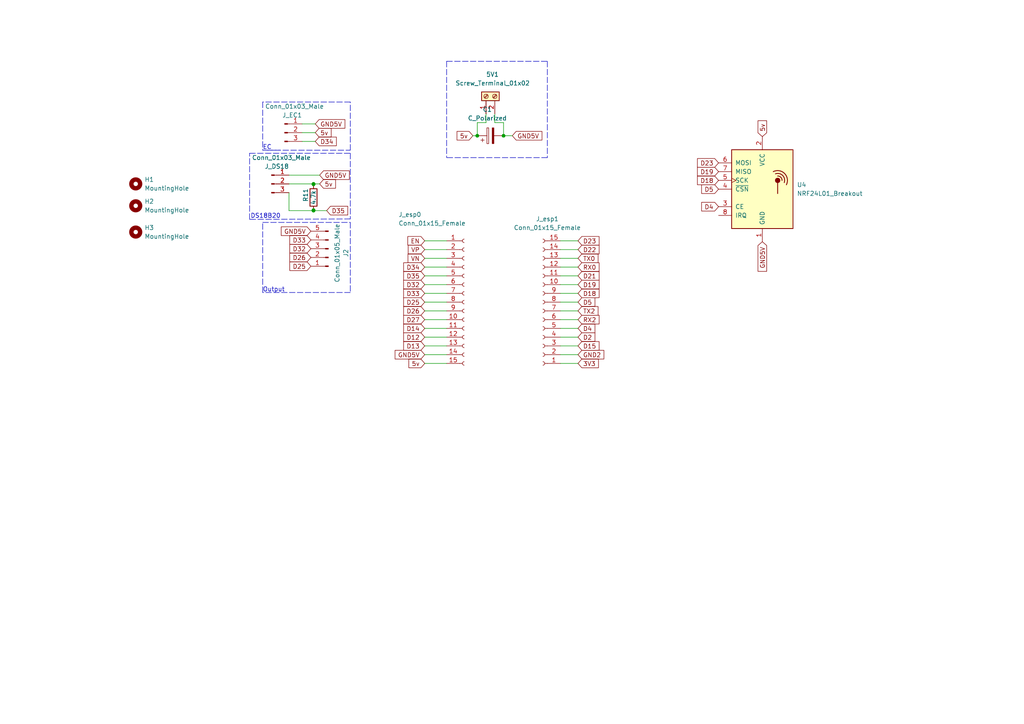
<source format=kicad_sch>
(kicad_sch (version 20211123) (generator eeschema)
  (paper "A4")
  (lib_symbols
    (symbol "Connector:Conn_01x03_Male" (pin_names (offset 1.016) hide)
      (property "Reference" "J" (at 0 5.08 0))
      (property "Value" "Conn_01x03_Male" (at 0 -5.08 0))
      (symbol "Conn_01x03_Male_1_1"
        (polyline (pts (xy 1.27 -2.54) (xy 0.8636 -2.54)) (stroke (width 0.1524)))
        (polyline (pts (xy 1.27 0) (xy 0.8636 0)) (stroke (width 0.1524)))
        (polyline (pts (xy 1.27 2.54) (xy 0.8636 2.54)) (stroke (width 0.1524)))
        (rectangle (start 0.8636 -2.413) (end 0 -2.667) (stroke (width 0.1524)) (fill (type outline)))
        (rectangle (start 0.8636 0.127) (end 0 -0.127) (stroke (width 0.1524)) (fill (type outline)))
        (rectangle (start 0.8636 2.667) (end 0 2.413) (stroke (width 0.1524)) (fill (type outline)))
        (pin passive line (at 5.08 2.54 180) (length 3.81) (name "Pin_1") (number "1"))
        (pin passive line (at 5.08 0 180) (length 3.81) (name "Pin_2") (number "2"))
        (pin passive line (at 5.08 -2.54 180) (length 3.81) (name "Pin_3") (number "3"))
      )
    )
    (symbol "Connector:Conn_01x05_Male" (pin_names (offset 1.016) hide)
      (property "Reference" "J" (at 0 7.62 0))
      (property "Value" "Conn_01x05_Male" (at 0 -7.62 0))
      (symbol "Conn_01x05_Male_1_1"
        (polyline (pts (xy 1.27 -5.08) (xy 0.8636 -5.08)) (stroke (width 0.1524)))
        (polyline (pts (xy 1.27 -2.54) (xy 0.8636 -2.54)) (stroke (width 0.1524)))
        (polyline (pts (xy 1.27 0) (xy 0.8636 0)) (stroke (width 0.1524)))
        (polyline (pts (xy 1.27 2.54) (xy 0.8636 2.54)) (stroke (width 0.1524)))
        (polyline (pts (xy 1.27 5.08) (xy 0.8636 5.08)) (stroke (width 0.1524)))
        (rectangle (start 0.8636 -4.953) (end 0 -5.207) (stroke (width 0.1524)) (fill (type outline)))
        (rectangle (start 0.8636 -2.413) (end 0 -2.667) (stroke (width 0.1524)) (fill (type outline)))
        (rectangle (start 0.8636 0.127) (end 0 -0.127) (stroke (width 0.1524)) (fill (type outline)))
        (rectangle (start 0.8636 2.667) (end 0 2.413) (stroke (width 0.1524)) (fill (type outline)))
        (rectangle (start 0.8636 5.207) (end 0 4.953) (stroke (width 0.1524)) (fill (type outline)))
        (pin passive line (at 5.08 5.08 180) (length 3.81) (name "Pin_1") (number "1"))
        (pin passive line (at 5.08 2.54 180) (length 3.81) (name "Pin_2") (number "2"))
        (pin passive line (at 5.08 0 180) (length 3.81) (name "Pin_3") (number "3"))
        (pin passive line (at 5.08 -2.54 180) (length 3.81) (name "Pin_4") (number "4"))
        (pin passive line (at 5.08 -5.08 180) (length 3.81) (name "Pin_5") (number "5"))
      )
    )
    (symbol "Connector:Conn_01x15_Female" (pin_names (offset 1.016) hide)
      (property "Reference" "J" (at 0 20.32 0))
      (property "Value" "Conn_01x15_Female" (at 0 -20.32 0))
      (symbol "Conn_01x15_Female_1_1"
        (arc (start 0 -17.272) (mid -0.508 -17.78) (end 0 -18.288) (stroke (width 0.1524)))
        (arc (start 0 -14.732) (mid -0.508 -15.24) (end 0 -15.748) (stroke (width 0.1524)))
        (arc (start 0 -12.192) (mid -0.508 -12.7) (end 0 -13.208) (stroke (width 0.1524)))
        (arc (start 0 -9.652) (mid -0.508 -10.16) (end 0 -10.668) (stroke (width 0.1524)))
        (arc (start 0 -7.112) (mid -0.508 -7.62) (end 0 -8.128) (stroke (width 0.1524)))
        (arc (start 0 -4.572) (mid -0.508 -5.08) (end 0 -5.588) (stroke (width 0.1524)))
        (arc (start 0 -2.032) (mid -0.508 -2.54) (end 0 -3.048) (stroke (width 0.1524)))
        (polyline (pts (xy -1.27 -17.78) (xy -0.508 -17.78)) (stroke (width 0.1524)))
        (polyline (pts (xy -1.27 -15.24) (xy -0.508 -15.24)) (stroke (width 0.1524)))
        (polyline (pts (xy -1.27 -12.7) (xy -0.508 -12.7)) (stroke (width 0.1524)))
        (polyline (pts (xy -1.27 -10.16) (xy -0.508 -10.16)) (stroke (width 0.1524)))
        (polyline (pts (xy -1.27 -7.62) (xy -0.508 -7.62)) (stroke (width 0.1524)))
        (polyline (pts (xy -1.27 -5.08) (xy -0.508 -5.08)) (stroke (width 0.1524)))
        (polyline (pts (xy -1.27 -2.54) (xy -0.508 -2.54)) (stroke (width 0.1524)))
        (polyline (pts (xy -1.27 0) (xy -0.508 0)) (stroke (width 0.1524)))
        (polyline (pts (xy -1.27 2.54) (xy -0.508 2.54)) (stroke (width 0.1524)))
        (polyline (pts (xy -1.27 5.08) (xy -0.508 5.08)) (stroke (width 0.1524)))
        (polyline (pts (xy -1.27 7.62) (xy -0.508 7.62)) (stroke (width 0.1524)))
        (polyline (pts (xy -1.27 10.16) (xy -0.508 10.16)) (stroke (width 0.1524)))
        (polyline (pts (xy -1.27 12.7) (xy -0.508 12.7)) (stroke (width 0.1524)))
        (polyline (pts (xy -1.27 15.24) (xy -0.508 15.24)) (stroke (width 0.1524)))
        (polyline (pts (xy -1.27 17.78) (xy -0.508 17.78)) (stroke (width 0.1524)))
        (arc (start 0 0.508) (mid -0.508 0) (end 0 -0.508) (stroke (width 0.1524)))
        (arc (start 0 3.048) (mid -0.508 2.54) (end 0 2.032) (stroke (width 0.1524)))
        (arc (start 0 5.588) (mid -0.508 5.08) (end 0 4.572) (stroke (width 0.1524)))
        (arc (start 0 8.128) (mid -0.508 7.62) (end 0 7.112) (stroke (width 0.1524)))
        (arc (start 0 10.668) (mid -0.508 10.16) (end 0 9.652) (stroke (width 0.1524)))
        (arc (start 0 13.208) (mid -0.508 12.7) (end 0 12.192) (stroke (width 0.1524)))
        (arc (start 0 15.748) (mid -0.508 15.24) (end 0 14.732) (stroke (width 0.1524)))
        (arc (start 0 18.288) (mid -0.508 17.78) (end 0 17.272) (stroke (width 0.1524)))
        (pin passive line (at -5.08 17.78 0) (length 3.81) (name "Pin_1") (number "1"))
        (pin passive line (at -5.08 -5.08 0) (length 3.81) (name "Pin_10") (number "10"))
        (pin passive line (at -5.08 -7.62 0) (length 3.81) (name "Pin_11") (number "11"))
        (pin passive line (at -5.08 -10.16 0) (length 3.81) (name "Pin_12") (number "12"))
        (pin passive line (at -5.08 -12.7 0) (length 3.81) (name "Pin_13") (number "13"))
        (pin passive line (at -5.08 -15.24 0) (length 3.81) (name "Pin_14") (number "14"))
        (pin passive line (at -5.08 -17.78 0) (length 3.81) (name "Pin_15") (number "15"))
        (pin passive line (at -5.08 15.24 0) (length 3.81) (name "Pin_2") (number "2"))
        (pin passive line (at -5.08 12.7 0) (length 3.81) (name "Pin_3") (number "3"))
        (pin passive line (at -5.08 10.16 0) (length 3.81) (name "Pin_4") (number "4"))
        (pin passive line (at -5.08 7.62 0) (length 3.81) (name "Pin_5") (number "5"))
        (pin passive line (at -5.08 5.08 0) (length 3.81) (name "Pin_6") (number "6"))
        (pin passive line (at -5.08 2.54 0) (length 3.81) (name "Pin_7") (number "7"))
        (pin passive line (at -5.08 0 0) (length 3.81) (name "Pin_8") (number "8"))
        (pin passive line (at -5.08 -2.54 0) (length 3.81) (name "Pin_9") (number "9"))
      )
    )
    (symbol "Connector:Screw_Terminal_01x02" (pin_names (offset 1.016) hide)
      (property "Reference" "J" (at 0 2.54 0))
      (property "Value" "Screw_Terminal_01x02" (at 0 -5.08 0))
      (symbol "Screw_Terminal_01x02_1_1"
        (rectangle (start -1.27 1.27) (end 1.27 -3.81) (stroke (width 0.254)) (fill (type background)))
        (circle (center 0 -2.54) (radius 0.635) (stroke (width 0.1524)))
        (polyline (pts (xy -0.5334 -2.2098) (xy 0.3302 -3.048)) (stroke (width 0.1524)))
        (polyline (pts (xy -0.5334 0.3302) (xy 0.3302 -0.508)) (stroke (width 0.1524)))
        (polyline (pts (xy -0.3556 -2.032) (xy 0.508 -2.8702)) (stroke (width 0.1524)))
        (polyline (pts (xy -0.3556 0.508) (xy 0.508 -0.3302)) (stroke (width 0.1524)))
        (circle (center 0 0) (radius 0.635) (stroke (width 0.1524)))
        (pin passive line (at -5.08 0 0) (length 3.81) (name "Pin_1") (number "1"))
        (pin passive line (at -5.08 -2.54 0) (length 3.81) (name "Pin_2") (number "2"))
      )
    )
    (symbol "Device:C_Polarized" (pin_numbers hide) (pin_names (offset 0.254))
      (property "Reference" "C" (at 0.635 2.54 0))
      (property "Value" "C_Polarized" (at 0.635 -2.54 0))
      (symbol "C_Polarized_0_1"
        (rectangle (start -2.286 0.508) (end 2.286 1.016))
        (polyline (pts (xy -1.778 2.286) (xy -0.762 2.286)))
        (polyline (pts (xy -1.27 2.794) (xy -1.27 1.778)))
        (rectangle (start 2.286 -0.508) (end -2.286 -1.016) (fill (type outline)))
      )
      (symbol "C_Polarized_1_1"
        (pin passive line (at 0 3.81 270) (length 2.794) (name "~") (number "1"))
        (pin passive line (at 0 -3.81 90) (length 2.794) (name "~") (number "2"))
      )
    )
    (symbol "Device:R" (pin_numbers hide) (pin_names (offset 0))
      (property "Reference" "R" (at 2.032 0 90))
      (property "Value" "R" (at 0 0 90))
      (symbol "R_0_1"
        (rectangle (start -1.016 -2.54) (end 1.016 2.54) (stroke (width 0.254)))
      )
      (symbol "R_1_1"
        (pin passive line (at 0 3.81 270) (length 1.27) (name "~") (number "1"))
        (pin passive line (at 0 -3.81 90) (length 1.27) (name "~") (number "2"))
      )
    )
    (symbol "Mechanical:MountingHole" (pin_names (offset 1.016))
      (property "Reference" "H" (at 0 5.08 0))
      (property "Value" "MountingHole" (at 0 3.175 0))
      (symbol "MountingHole_0_1"
        (circle (center 0 0) (radius 1.27) (stroke (width 1.27)))
      )
    )
    (symbol "RF:NRF24L01_Breakout" (pin_names (offset 1.016))
      (property "Reference" "U" (at -8.89 12.7 0))
      (property "Value" "NRF24L01_Breakout" (at 3.81 12.7 0))
      (symbol "NRF24L01_Breakout_0_1"
        (rectangle (start -8.89 11.43) (end 8.89 -11.43) (stroke (width 0.254)) (fill (type background)))
        (polyline (pts (xy 4.445 1.905) (xy 4.445 -1.27)) (stroke (width 0.254)))
        (circle (center 4.445 2.54) (radius 0.635) (stroke (width 0.254)) (fill (type outline)))
        (arc (start 5.715 2.54) (mid 5.3521 3.4546) (end 4.445 3.81) (stroke (width 0.254)))
        (arc (start 6.35 1.905) (mid 5.8763 3.9854) (end 3.81 4.445) (stroke (width 0.254)))
        (arc (start 6.985 1.27) (mid 6.453 4.548) (end 3.175 5.08) (stroke (width 0.254)))
      )
      (symbol "NRF24L01_Breakout_1_1"
        (pin power_in line (at 0 -15.24 90) (length 3.81) (name "GND") (number "1"))
        (pin power_in line (at 0 15.24 270) (length 3.81) (name "VCC") (number "2"))
        (pin input line (at -12.7 -5.08 0) (length 3.81) (name "CE") (number "3"))
        (pin input line (at -12.7 0 0) (length 3.81) (name "~{CSN}") (number "4"))
        (pin input clock (at -12.7 2.54 0) (length 3.81) (name "SCK") (number "5"))
        (pin input line (at -12.7 7.62 0) (length 3.81) (name "MOSI") (number "6"))
        (pin output line (at -12.7 5.08 0) (length 3.81) (name "MISO") (number "7"))
        (pin output line (at -12.7 -7.62 0) (length 3.81) (name "IRQ") (number "8"))
      )
    )
  )
  (junction (at 90.932 53.34))
  (junction (at 138.43 39.37))
  (junction (at 146.05 39.37))
  (junction (at 90.932 61.087))
  (junction (at 90.932 60.96))
  (junction (at 90.932 53.467))
  (wire (pts (xy 123.19 77.47) (xy 129.54 77.47)))
  (wire (pts (xy 123.19 72.39) (xy 129.54 72.39)))
  (wire (pts (xy 123.19 80.01) (xy 129.54 80.01)))
  (wire (pts (xy 87.63 41.021) (xy 91.44 41.021)))
  (wire (pts (xy 162.56 80.01) (xy 167.64 80.01)))
  (polyline (pts (xy 101.6 44.45) (xy 101.6 63.5)))
  (wire (pts (xy 162.56 100.33) (xy 167.64 100.33)))
  (wire (pts (xy 148.59 39.37) (xy 146.05 39.37)))
  (polyline (pts (xy 101.6 29.591) (xy 76.2 29.591)))
  (wire (pts (xy 87.63 35.941) (xy 91.44 35.941)))
  (wire (pts (xy 162.56 92.71) (xy 167.64 92.71)))
  (polyline (pts (xy 101.6 64.516) (xy 101.6 84.836)))
  (polyline (pts (xy 158.75 17.78) (xy 158.75 45.72)))
  (polyline (pts (xy 72.39 44.45) (xy 101.6 44.45)))
  (wire (pts (xy 138.43 35.56) (xy 138.43 39.37)))
  (wire (pts (xy 123.19 82.55) (xy 129.54 82.55)))
  (wire (pts (xy 87.63 38.481) (xy 91.44 38.481)))
  (wire (pts (xy 123.19 87.63) (xy 129.54 87.63)))
  (wire (pts (xy 123.19 90.17) (xy 129.54 90.17)))
  (wire (pts (xy 123.19 69.85) (xy 129.54 69.85)))
  (wire (pts (xy 162.56 85.09) (xy 167.64 85.09)))
  (wire (pts (xy 162.56 82.55) (xy 167.64 82.55)))
  (wire (pts (xy 123.19 102.87) (xy 129.54 102.87)))
  (polyline (pts (xy 72.39 63.627) (xy 72.39 44.45)))
  (wire (pts (xy 162.56 97.79) (xy 167.64 97.79)))
  (polyline (pts (xy 101.6 63.5) (xy 72.39 63.627)))
  (wire (pts (xy 83.82 53.34) (xy 90.932 53.34)))
  (wire (pts (xy 162.56 87.63) (xy 167.64 87.63)))
  (wire (pts (xy 123.19 74.93) (xy 129.54 74.93)))
  (polyline (pts (xy 76.2 29.591) (xy 76.2 43.561)))
  (wire (pts (xy 123.19 105.41) (xy 129.54 105.41)))
  (polyline (pts (xy 101.6 84.836) (xy 76.2 84.836)))
  (wire (pts (xy 90.932 53.34) (xy 92.71 53.34)))
  (wire (pts (xy 162.56 90.17) (xy 167.64 90.17)))
  (wire (pts (xy 83.82 61.087) (xy 90.932 61.087)))
  (wire (pts (xy 162.56 102.87) (xy 167.64 102.87)))
  (wire (pts (xy 94.742 61.087) (xy 90.932 61.087)))
  (wire (pts (xy 162.56 105.41) (xy 167.64 105.41)))
  (polyline (pts (xy 76.2 43.561) (xy 81.28 43.561)))
  (wire (pts (xy 83.82 50.8) (xy 92.71 50.8)))
  (wire (pts (xy 143.51 35.56) (xy 146.05 35.56)))
  (wire (pts (xy 90.932 61.087) (xy 90.932 60.96)))
  (wire (pts (xy 123.19 100.33) (xy 129.54 100.33)))
  (wire (pts (xy 140.97 35.56) (xy 138.43 35.56)))
  (wire (pts (xy 123.19 95.25) (xy 129.54 95.25)))
  (wire (pts (xy 123.19 85.09) (xy 129.54 85.09)))
  (wire (pts (xy 162.56 95.25) (xy 167.64 95.25)))
  (wire (pts (xy 90.932 53.467) (xy 90.932 53.34)))
  (polyline (pts (xy 101.6 43.561) (xy 101.6 29.591)))
  (wire (pts (xy 162.56 69.85) (xy 167.64 69.85)))
  (wire (pts (xy 146.05 35.56) (xy 146.05 39.37)))
  (polyline (pts (xy 76.2 84.836) (xy 76.2 64.516)))
  (wire (pts (xy 162.56 74.93) (xy 167.64 74.93)))
  (wire (pts (xy 123.19 97.79) (xy 129.54 97.79)))
  (polyline (pts (xy 129.54 17.78) (xy 158.75 17.78)))
  (wire (pts (xy 137.16 39.37) (xy 138.43 39.37)))
  (wire (pts (xy 140.97 33.02) (xy 140.97 35.56)))
  (polyline (pts (xy 77.47 43.561) (xy 101.6 43.561)))
  (wire (pts (xy 123.19 92.71) (xy 129.54 92.71)))
  (wire (pts (xy 162.56 72.39) (xy 167.64 72.39)))
  (polyline (pts (xy 129.54 17.78) (xy 129.54 45.72)))
  (wire (pts (xy 143.51 33.02) (xy 143.51 35.56)))
  (polyline (pts (xy 158.75 45.72) (xy 129.54 45.72)))
  (wire (pts (xy 162.56 77.47) (xy 167.64 77.47)))
  (wire (pts (xy 83.82 55.88) (xy 83.82 61.087)))
  (polyline (pts (xy 76.2 64.516) (xy 101.6 64.516)))
  (text "EC" (at 76.2 43.561 0) (effects (font (size 1.27 1.27)) (justify left bottom)))
  (text "Output" (at 76.2 84.836 0) (effects (font (size 1.27 1.27)) (justify left bottom)))
  (text "DS18B20" (at 72.644 63.5 0) (effects (font (size 1.27 1.27)) (justify left bottom)))
  (global_label "5v" (shape input) (at 123.19 105.41 180) (property "Intersheet References" "${INTERSHEET_REFS}" (effects hide)))
  (global_label "D18" (shape input) (at 167.64 85.09 0) (property "Intersheet References" "${INTERSHEET_REFS}" (effects hide)))
  (global_label "D26" (shape input) (at 90.17 74.676 180) (property "Intersheet References" "${INTERSHEET_REFS}" (effects hide)))
  (global_label "D5" (shape input) (at 208.407 54.864 180) (property "Intersheet References" "${INTERSHEET_REFS}" (effects hide)))
  (global_label "GND5V" (shape input) (at 221.107 70.104 270) (property "Intersheet References" "${INTERSHEET_REFS}" (effects hide)))
  (global_label "RX2" (shape input) (at 167.64 92.71 0) (property "Intersheet References" "${INTERSHEET_REFS}" (effects hide)))
  (global_label "GND2" (shape input) (at 167.64 102.87 0) (property "Intersheet References" "${INTERSHEET_REFS}" (effects hide)))
  (global_label "5v" (shape input) (at 137.16 39.37 180) (property "Intersheet References" "${INTERSHEET_REFS}" (effects hide)))
  (global_label "D13" (shape input) (at 123.19 100.33 180) (property "Intersheet References" "${INTERSHEET_REFS}" (effects hide)))
  (global_label "TX2" (shape input) (at 167.64 90.17 0) (property "Intersheet References" "${INTERSHEET_REFS}" (effects hide)))
  (global_label "D34" (shape input) (at 123.19 77.47 180) (property "Intersheet References" "${INTERSHEET_REFS}" (effects hide)))
  (global_label "D27" (shape input) (at 123.19 92.71 180) (property "Intersheet References" "${INTERSHEET_REFS}" (effects hide)))
  (global_label "EN" (shape input) (at 123.19 69.85 180) (property "Intersheet References" "${INTERSHEET_REFS}" (effects hide)))
  (global_label "D18" (shape input) (at 208.407 52.324 180) (property "Intersheet References" "${INTERSHEET_REFS}" (effects hide)))
  (global_label "D19" (shape input) (at 208.407 49.784 180) (property "Intersheet References" "${INTERSHEET_REFS}" (effects hide)))
  (global_label "D22" (shape input) (at 167.64 72.39 0) (property "Intersheet References" "${INTERSHEET_REFS}" (effects hide)))
  (global_label "D14" (shape input) (at 123.19 95.25 180) (property "Intersheet References" "${INTERSHEET_REFS}" (effects hide)))
  (global_label "GND5V" (shape input) (at 90.17 67.056 180) (property "Intersheet References" "${INTERSHEET_REFS}" (effects hide)))
  (global_label "D21" (shape input) (at 167.64 80.01 0) (property "Intersheet References" "${INTERSHEET_REFS}" (effects hide)))
  (global_label "VN" (shape input) (at 123.19 74.93 180) (property "Intersheet References" "${INTERSHEET_REFS}" (effects hide)))
  (global_label "D33" (shape input) (at 90.17 69.596 180) (property "Intersheet References" "${INTERSHEET_REFS}" (effects hide)))
  (global_label "D12" (shape input) (at 123.19 97.79 180) (property "Intersheet References" "${INTERSHEET_REFS}" (effects hide)))
  (global_label "GND5V" (shape input) (at 123.19 102.87 180) (property "Intersheet References" "${INTERSHEET_REFS}" (effects hide)))
  (global_label "D2" (shape input) (at 167.64 97.79 0) (property "Intersheet References" "${INTERSHEET_REFS}" (effects hide)))
  (global_label "3V3" (shape input) (at 167.64 105.41 0) (property "Intersheet References" "${INTERSHEET_REFS}" (effects hide)))
  (global_label "D35" (shape input) (at 123.19 80.01 180) (property "Intersheet References" "${INTERSHEET_REFS}" (effects hide)))
  (global_label "D33" (shape input) (at 123.19 85.09 180) (property "Intersheet References" "${INTERSHEET_REFS}" (effects hide)))
  (global_label "D25" (shape input) (at 90.17 77.216 180) (property "Intersheet References" "${INTERSHEET_REFS}" (effects hide)))
  (global_label "D23" (shape input) (at 167.64 69.85 0) (property "Intersheet References" "${INTERSHEET_REFS}" (effects hide)))
  (global_label "D35" (shape input) (at 94.742 61.087 0) (property "Intersheet References" "${INTERSHEET_REFS}" (effects hide)))
  (global_label "D4" (shape input) (at 167.64 95.25 0) (property "Intersheet References" "${INTERSHEET_REFS}" (effects hide)))
  (global_label "D34" (shape input) (at 91.44 41.021 0) (property "Intersheet References" "${INTERSHEET_REFS}" (effects hide)))
  (global_label "5v" (shape input) (at 91.44 38.481 0) (property "Intersheet References" "${INTERSHEET_REFS}" (effects hide)))
  (global_label "D4" (shape input) (at 208.407 59.944 180) (property "Intersheet References" "${INTERSHEET_REFS}" (effects hide)))
  (global_label "D25" (shape input) (at 123.19 87.63 180) (property "Intersheet References" "${INTERSHEET_REFS}" (effects hide)))
  (global_label "RX0" (shape input) (at 167.64 77.47 0) (property "Intersheet References" "${INTERSHEET_REFS}" (effects hide)))
  (global_label "GND5V" (shape input) (at 148.59 39.37 0) (property "Intersheet References" "${INTERSHEET_REFS}" (effects hide)))
  (global_label "TX0" (shape input) (at 167.64 74.93 0) (property "Intersheet References" "${INTERSHEET_REFS}" (effects hide)))
  (global_label "GND5V" (shape input) (at 92.71 50.8 0) (property "Intersheet References" "${INTERSHEET_REFS}" (effects hide)))
  (global_label "D23" (shape input) (at 208.407 47.244 180) (property "Intersheet References" "${INTERSHEET_REFS}" (effects hide)))
  (global_label "D32" (shape input) (at 123.19 82.55 180) (property "Intersheet References" "${INTERSHEET_REFS}" (effects hide)))
  (global_label "GND5V" (shape input) (at 91.44 35.941 0) (property "Intersheet References" "${INTERSHEET_REFS}" (effects hide)))
  (global_label "D26" (shape input) (at 123.19 90.17 180) (property "Intersheet References" "${INTERSHEET_REFS}" (effects hide)))
  (global_label "D15" (shape input) (at 167.64 100.33 0) (property "Intersheet References" "${INTERSHEET_REFS}" (effects hide)))
  (global_label "5v" (shape input) (at 92.71 53.34 0) (property "Intersheet References" "${INTERSHEET_REFS}" (effects hide)))
  (global_label "D32" (shape input) (at 90.17 72.136 180) (property "Intersheet References" "${INTERSHEET_REFS}" (effects hide)))
  (global_label "D19" (shape input) (at 167.64 82.55 0) (property "Intersheet References" "${INTERSHEET_REFS}" (effects hide)))
  (global_label "5v" (shape input) (at 221.107 39.624 90) (property "Intersheet References" "${INTERSHEET_REFS}" (effects hide)))
  (global_label "D5" (shape input) (at 167.64 87.63 0) (property "Intersheet References" "${INTERSHEET_REFS}" (effects hide)))
  (global_label "VP" (shape input) (at 123.19 72.39 180) (property "Intersheet References" "${INTERSHEET_REFS}" (effects hide)))
  (symbol (lib_id "Connector:Conn_01x03_Male") (at 82.55 38.481 0) (unit 1)
    (property "Reference" "J_EC1" (at 87.63 33.401 0) (effects (justify right)))
    (property "Value" "Conn_01x03_Male" (at 93.98 30.861 0) (effects (justify right)))
    (property "Footprint" "Connector_JST:JST_EH_B3B-EH-A_1x03_P2.50mm_Vertical" (effects hide))
  )
  (symbol (lib_id "Connector:Conn_01x15_Female") (at 134.62 87.63 0) (unit 1)
    (property "Reference" "J_esp0" (at 115.57 62.23 0) (effects (justify left)))
    (property "Value" "Conn_01x15_Female" (at 115.57 64.77 0) (effects (justify left)))
    (property "Footprint" "esp32:Connector_Molex_Molex_SL_171971-0015_1x15_P2.54mm_Vertical_squares" (effects hide))
  )
  (symbol (lib_id "Connector:Conn_01x05_Male") (at 95.25 72.136 180) (unit 1)
    (property "Reference" "J2" (at 100.33 73.406 90))
    (property "Value" "Conn_01x05_Male" (at 97.79 73.406 90))
    (property "Footprint" "Connector_JST:JST_EH_B5B-EH-A_1x05_P2.50mm_Vertical" (effects hide))
  )
  (symbol (lib_id "RF:NRF24L01_Breakout") (at 221.107 54.864 0) (unit 1)
    (property "Reference" "U4" (at 231.14 53.5939 0) (effects (justify left)))
    (property "Value" "NRF24L01_Breakout" (at 231.14 56.1339 0) (effects (justify left)))
    (property "Footprint" "RF_Module:nRF24L01_Breakout" (effects hide))
    (property "Datasheet" "http://www.nordicsemi.com/eng/content/download/2730/34105/file/nRF24L01_Product_Specification_v2_0.pdf" (effects hide))
  )
  (symbol (lib_id "Connector:Screw_Terminal_01x02") (at 140.97 27.94 90) (unit 1)
    (property "Reference" "5V1" (at 140.97 21.59 90) (effects (justify right)))
    (property "Value" "Screw_Terminal_01x02" (at 132.08 24.13 90) (effects (justify right)))
    (property "Footprint" "TerminalBlock:TerminalBlock_Altech_AK300-2_P5.00mm" (effects hide))
  )
  (symbol (lib_id "Device:C_Polarized") (at 142.24 39.37 90) (unit 1)
    (property "Reference" "C1" (at 141.351 31.75 90))
    (property "Value" "C_Polarized" (at 141.351 34.29 90))
    (property "Footprint" "Capacitor_THT:CP_Radial_D5.0mm_P2.50mm" (effects hide))
  )
  (symbol (lib_id "Connector:Conn_01x03_Male") (at 78.74 53.34 0) (unit 1)
    (property "Reference" "J_DS18" (at 83.82 48.26 0) (effects (justify right)))
    (property "Value" "Conn_01x03_Male" (at 90.17 45.72 0) (effects (justify right)))
    (property "Footprint" "Connector_JST:JST_EH_B3B-EH-A_1x03_P2.50mm_Vertical" (effects hide))
  )
  (symbol (lib_id "Mechanical:MountingHole") (at 39.37 59.69 0) (unit 1)
    (property "Reference" "H2" (at 41.91 58.4199 0) (effects (justify left)))
    (property "Value" "MountingHole" (at 41.91 60.9599 0) (effects (justify left)))
    (property "Footprint" "MountingHole:MountingHole_2.7mm_M2.5_Pad" (effects hide))
  )
  (symbol (lib_id "Connector:Conn_01x15_Female") (at 157.48 87.63 180) (unit 1)
    (property "Reference" "J_esp1" (at 158.75 63.5 0))
    (property "Value" "Conn_01x15_Female" (at 158.75 66.04 0))
    (property "Footprint" "esp32:Connector_Molex_Molex_SL_171971-0015_1x15_P2.54mm_Vertical_squares" (effects hide))
  )
  (symbol (lib_id "Mechanical:MountingHole") (at 39.37 67.31 0) (unit 1)
    (property "Reference" "H3" (at 41.91 66.0399 0) (effects (justify left)))
    (property "Value" "MountingHole" (at 41.91 68.5799 0) (effects (justify left)))
    (property "Footprint" "MountingHole:MountingHole_2.7mm_M2.5_Pad" (effects hide))
  )
  (symbol (lib_id "Mechanical:MountingHole") (at 39.37 53.34 0) (unit 1)
    (property "Reference" "H1" (at 41.91 52.0699 0) (effects (justify left)))
    (property "Value" "MountingHole" (at 41.91 54.6099 0) (effects (justify left)))
    (property "Footprint" "MountingHole:MountingHole_2.7mm_M2.5_Pad" (effects hide))
  )
  (symbol (lib_id "Device:R") (at 90.932 57.277 0) (unit 1)
    (property "Reference" "R11" (at 88.646 58.547 90) (effects (justify left)))
    (property "Value" "4.7k" (at 90.932 59.436 90) (effects (justify left)))
    (property "Footprint" "Resistor_THT:R_Axial_DIN0204_L3.6mm_D1.6mm_P2.54mm_Vertical" (effects hide))
  )
)
</source>
